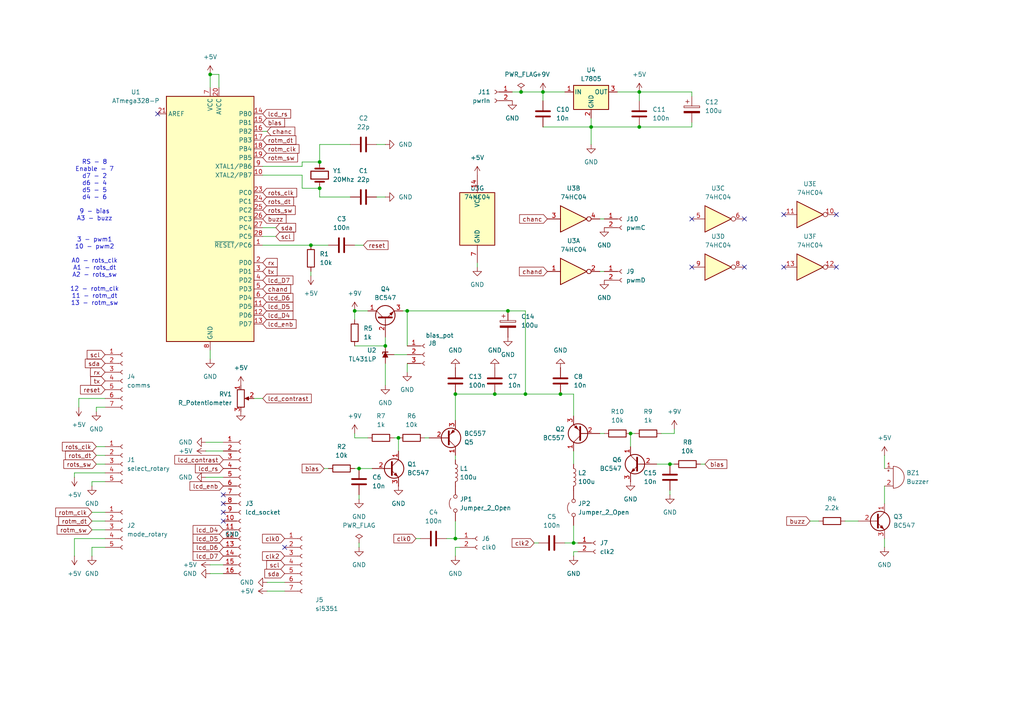
<source format=kicad_sch>
(kicad_sch (version 20231120) (generator "eeschema") (generator_version "8.0")
  (paper "A4")
  (junction (at 171.45 36.83))
  (junction (at 166.37 157.48))
  (junction (at 92.71 46.99))
  (junction (at 157.48 26.67))
  (junction (at 92.71 54.61))
  (junction (at 194.31 134.62))
  (junction (at 162.56 114.3))
  (junction (at 60.96 21.59))
  (junction (at 185.42 36.83))
  (junction (at 102.87 90.17))
  (junction (at 118.11 90.17))
  (junction (at 182.88 125.73))
  (junction (at 151.13 26.67))
  (junction (at 115.57 127))
  (junction (at 143.51 114.3))
  (junction (at 132.08 156.21))
  (junction (at 152.4 114.3))
  (junction (at 90.17 71.12))
  (junction (at 132.08 114.3))
  (junction (at 104.14 135.89))
  (junction (at 111.76 100.33))
  (junction (at 185.42 26.67))
  (junction (at 147.32 90.17))
  (no_connect (at 64.77 143.51))
  (no_connect (at 215.9 63.5))
  (no_connect (at 64.77 148.59))
  (no_connect (at 45.72 33.02))
  (no_connect (at 227.33 62.23))
  (no_connect (at 64.77 146.05))
  (no_connect (at 215.9 77.47))
  (no_connect (at 242.57 77.47))
  (no_connect (at 227.33 77.47))
  (no_connect (at 64.77 151.13))
  (no_connect (at 200.66 63.5))
  (no_connect (at 200.66 77.47))
  (no_connect (at 82.55 158.75))
  (no_connect (at 242.57 62.23))
  (wire (pts (xy 166.37 130.81) (xy 166.37 134.62)))
  (wire (pts (xy 76.2 48.26) (xy 87.63 48.26)))
  (wire (pts (xy 92.71 41.91) (xy 92.71 46.99)))
  (wire (pts (xy 200.66 35.56) (xy 200.66 36.83)))
  (wire (pts (xy 59.69 130.81) (xy 64.77 130.81)))
  (wire (pts (xy 118.11 105.41) (xy 118.11 107.95)))
  (wire (pts (xy 63.5 21.59) (xy 60.96 21.59)))
  (wire (pts (xy 234.95 151.13) (xy 237.49 151.13)))
  (wire (pts (xy 59.69 138.43) (xy 64.77 138.43)))
  (wire (pts (xy 152.4 114.3) (xy 152.4 90.17)))
  (wire (pts (xy 106.68 127) (xy 102.87 127)))
  (wire (pts (xy 171.45 36.83) (xy 171.45 41.91)))
  (wire (pts (xy 166.37 160.02) (xy 166.37 161.29)))
  (wire (pts (xy 184.15 125.73) (xy 182.88 125.73)))
  (wire (pts (xy 256.54 156.21) (xy 256.54 158.75)))
  (wire (pts (xy 152.4 114.3) (xy 143.51 114.3)))
  (wire (pts (xy 26.67 148.59) (xy 30.48 148.59)))
  (wire (pts (xy 157.48 36.83) (xy 171.45 36.83)))
  (wire (pts (xy 256.54 140.97) (xy 256.54 146.05)))
  (wire (pts (xy 27.94 118.11) (xy 27.94 119.38)))
  (wire (pts (xy 256.54 132.08) (xy 256.54 135.89)))
  (wire (pts (xy 102.87 71.12) (xy 105.41 71.12)))
  (wire (pts (xy 132.08 114.3) (xy 132.08 121.92)))
  (wire (pts (xy 60.96 163.83) (xy 64.77 163.83)))
  (wire (pts (xy 167.64 160.02) (xy 166.37 160.02)))
  (wire (pts (xy 182.88 125.73) (xy 182.88 129.54)))
  (wire (pts (xy 87.63 48.26) (xy 87.63 46.99)))
  (wire (pts (xy 26.67 153.67) (xy 30.48 153.67)))
  (wire (pts (xy 77.47 168.91) (xy 82.55 168.91)))
  (wire (pts (xy 90.17 78.74) (xy 90.17 80.01)))
  (wire (pts (xy 102.87 90.17) (xy 102.87 92.71)))
  (wire (pts (xy 157.48 26.67) (xy 157.48 29.21)))
  (wire (pts (xy 76.2 50.8) (xy 87.63 50.8)))
  (wire (pts (xy 162.56 114.3) (xy 152.4 114.3)))
  (wire (pts (xy 111.76 97.79) (xy 111.76 100.33)))
  (wire (pts (xy 194.31 143.51) (xy 194.31 142.24)))
  (wire (pts (xy 166.37 114.3) (xy 162.56 114.3)))
  (wire (pts (xy 133.35 158.75) (xy 132.08 158.75)))
  (wire (pts (xy 30.48 158.75) (xy 26.67 158.75)))
  (wire (pts (xy 60.96 166.37) (xy 64.77 166.37)))
  (wire (pts (xy 200.66 26.67) (xy 185.42 26.67)))
  (wire (pts (xy 151.13 26.67) (xy 157.48 26.67)))
  (wire (pts (xy 77.47 171.45) (xy 82.55 171.45)))
  (wire (pts (xy 26.67 158.75) (xy 26.67 161.29)))
  (wire (pts (xy 21.59 156.21) (xy 21.59 161.29)))
  (wire (pts (xy 63.5 21.59) (xy 63.5 25.4)))
  (wire (pts (xy 73.66 115.57) (xy 76.2 115.57)))
  (wire (pts (xy 166.37 157.48) (xy 167.64 157.48)))
  (wire (pts (xy 191.77 125.73) (xy 195.58 125.73)))
  (wire (pts (xy 111.76 105.41) (xy 111.76 111.76)))
  (wire (pts (xy 166.37 152.4) (xy 166.37 157.48)))
  (wire (pts (xy 76.2 68.58) (xy 80.01 68.58)))
  (wire (pts (xy 173.99 63.5) (xy 175.26 63.5)))
  (wire (pts (xy 163.83 26.67) (xy 157.48 26.67)))
  (wire (pts (xy 185.42 29.21) (xy 185.42 26.67)))
  (wire (pts (xy 200.66 27.94) (xy 200.66 26.67)))
  (wire (pts (xy 109.22 41.91) (xy 111.76 41.91)))
  (wire (pts (xy 166.37 120.65) (xy 166.37 114.3)))
  (wire (pts (xy 87.63 50.8) (xy 87.63 54.61)))
  (wire (pts (xy 129.54 156.21) (xy 132.08 156.21)))
  (wire (pts (xy 138.43 76.2) (xy 138.43 77.47)))
  (wire (pts (xy 152.4 90.17) (xy 147.32 90.17)))
  (wire (pts (xy 21.59 137.16) (xy 21.59 138.43)))
  (wire (pts (xy 173.99 78.74) (xy 175.26 78.74)))
  (wire (pts (xy 200.66 36.83) (xy 185.42 36.83)))
  (wire (pts (xy 171.45 34.29) (xy 171.45 36.83)))
  (wire (pts (xy 106.68 90.17) (xy 102.87 90.17)))
  (wire (pts (xy 76.2 66.04) (xy 80.01 66.04)))
  (wire (pts (xy 90.17 71.12) (xy 95.25 71.12)))
  (wire (pts (xy 132.08 114.3) (xy 143.51 114.3)))
  (wire (pts (xy 115.57 127) (xy 115.57 130.81)))
  (wire (pts (xy 76.2 38.1) (xy 77.47 38.1)))
  (wire (pts (xy 118.11 90.17) (xy 116.84 90.17)))
  (wire (pts (xy 30.48 137.16) (xy 21.59 137.16)))
  (wire (pts (xy 245.11 151.13) (xy 248.92 151.13)))
  (wire (pts (xy 102.87 100.33) (xy 111.76 100.33)))
  (wire (pts (xy 118.11 100.33) (xy 118.11 90.17)))
  (wire (pts (xy 132.08 151.13) (xy 132.08 156.21)))
  (wire (pts (xy 102.87 127) (xy 102.87 125.73)))
  (wire (pts (xy 30.48 139.7) (xy 26.67 139.7)))
  (wire (pts (xy 30.48 156.21) (xy 21.59 156.21)))
  (wire (pts (xy 163.83 157.48) (xy 166.37 157.48)))
  (wire (pts (xy 195.58 134.62) (xy 194.31 134.62)))
  (wire (pts (xy 132.08 158.75) (xy 132.08 161.29)))
  (wire (pts (xy 60.96 101.6) (xy 60.96 104.14)))
  (wire (pts (xy 87.63 46.99) (xy 92.71 46.99)))
  (wire (pts (xy 93.98 135.89) (xy 95.25 135.89)))
  (wire (pts (xy 102.87 135.89) (xy 104.14 135.89)))
  (wire (pts (xy 101.6 57.15) (xy 92.71 57.15)))
  (wire (pts (xy 154.94 157.48) (xy 156.21 157.48)))
  (wire (pts (xy 132.08 156.21) (xy 133.35 156.21)))
  (wire (pts (xy 109.22 57.15) (xy 111.76 57.15)))
  (wire (pts (xy 114.3 102.87) (xy 118.11 102.87)))
  (wire (pts (xy 26.67 139.7) (xy 26.67 140.97)))
  (wire (pts (xy 27.94 134.62) (xy 30.48 134.62)))
  (wire (pts (xy 194.31 134.62) (xy 190.5 134.62)))
  (wire (pts (xy 120.65 156.21) (xy 121.92 156.21)))
  (wire (pts (xy 204.47 134.62) (xy 203.2 134.62)))
  (wire (pts (xy 92.71 54.61) (xy 92.71 57.15)))
  (wire (pts (xy 185.42 26.67) (xy 179.07 26.67)))
  (wire (pts (xy 104.14 144.78) (xy 104.14 143.51)))
  (wire (pts (xy 175.26 125.73) (xy 173.99 125.73)))
  (wire (pts (xy 27.94 132.08) (xy 30.48 132.08)))
  (wire (pts (xy 26.67 151.13) (xy 30.48 151.13)))
  (wire (pts (xy 171.45 36.83) (xy 185.42 36.83)))
  (wire (pts (xy 60.96 21.59) (xy 60.96 25.4)))
  (wire (pts (xy 104.14 135.89) (xy 107.95 135.89)))
  (wire (pts (xy 22.86 115.57) (xy 22.86 118.11)))
  (wire (pts (xy 132.08 132.08) (xy 132.08 133.35)))
  (wire (pts (xy 101.6 41.91) (xy 92.71 41.91)))
  (wire (pts (xy 87.63 54.61) (xy 92.71 54.61)))
  (wire (pts (xy 30.48 118.11) (xy 27.94 118.11)))
  (wire (pts (xy 195.58 125.73) (xy 195.58 124.46)))
  (wire (pts (xy 76.2 71.12) (xy 90.17 71.12)))
  (wire (pts (xy 59.69 128.27) (xy 64.77 128.27)))
  (wire (pts (xy 114.3 127) (xy 115.57 127)))
  (wire (pts (xy 104.14 157.48) (xy 104.14 158.75)))
  (wire (pts (xy 27.94 129.54) (xy 30.48 129.54)))
  (wire (pts (xy 147.32 90.17) (xy 118.11 90.17)))
  (wire (pts (xy 148.59 26.67) (xy 151.13 26.67)))
  (wire (pts (xy 30.48 115.57) (xy 22.86 115.57)))
  (wire (pts (xy 124.46 127) (xy 123.19 127)))
  (text "\nRS - 8\nEnable - 7\nd7 - 2\nd6 - 4\nd5 - 5\nd4 - 6\n\n9 - bias\nA3 - buzz\n\n\n3 - pwm1\n10 - pwm2\n\nA0 - rots_clk\nA1 - rots_dt\nA2 - rots_sw\n\n12 - rotm_clk\n11 - rotm_dt\n13 - rotm_sw" (at 27.432 66.548 0) (effects (font (size 1.27 1.27))))
  (global_label "rots_sw" (shape input) (at 27.94 134.62 180) (property "Intersheetrefs" "${INTERSHEET_REFS}" (effects (hide yes))))
  (global_label "chanc" (shape input) (at 158.75 63.5 180) (property "Intersheetrefs" "${INTERSHEET_REFS}" (effects (hide yes))))
  (global_label "bias" (shape input) (at 93.98 135.89 180) (property "Intersheetrefs" "${INTERSHEET_REFS}" (effects (hide yes))))
  (global_label "buzz" (shape input) (at 76.2 63.5 0) (property "Intersheetrefs" "${INTERSHEET_REFS}" (effects (hide yes))))
  (global_label "rots_clk" (shape input) (at 27.94 129.54 180) (property "Intersheetrefs" "${INTERSHEET_REFS}" (effects (hide yes))))
  (global_label "lcd_rs" (shape input) (at 64.77 135.89 180) (property "Intersheetrefs" "${INTERSHEET_REFS}" (effects (hide yes))))
  (global_label "buzz" (shape input) (at 234.95 151.13 180) (property "Intersheetrefs" "${INTERSHEET_REFS}" (effects (hide yes))))
  (global_label "lcd_enb" (shape input) (at 76.2 93.98 0) (property "Intersheetrefs" "${INTERSHEET_REFS}" (effects (hide yes))))
  (global_label "clk2" (shape input) (at 154.94 157.48 180) (property "Intersheetrefs" "${INTERSHEET_REFS}" (effects (hide yes))))
  (global_label "rx" (shape input) (at 76.2 76.2 0) (property "Intersheetrefs" "${INTERSHEET_REFS}" (effects (hide yes))))
  (global_label "rots_dt" (shape input) (at 76.2 58.42 0) (property "Intersheetrefs" "${INTERSHEET_REFS}" (effects (hide yes))))
  (global_label "rotm_clk" (shape input) (at 26.67 148.59 180) (property "Intersheetrefs" "${INTERSHEET_REFS}" (effects (hide yes))))
  (global_label "chand" (shape input) (at 158.75 78.74 180) (property "Intersheetrefs" "${INTERSHEET_REFS}" (effects (hide yes))))
  (global_label "scl" (shape input) (at 82.55 163.83 180) (property "Intersheetrefs" "${INTERSHEET_REFS}" (effects (hide yes))))
  (global_label "lcd_D7" (shape input) (at 64.77 161.29 180) (property "Intersheetrefs" "${INTERSHEET_REFS}" (effects (hide yes))))
  (global_label "scl" (shape input) (at 30.48 102.87 180) (property "Intersheetrefs" "${INTERSHEET_REFS}" (effects (hide yes))))
  (global_label "clk0" (shape input) (at 120.65 156.21 180) (property "Intersheetrefs" "${INTERSHEET_REFS}" (effects (hide yes))))
  (global_label "bias" (shape input) (at 204.47 134.62 0) (property "Intersheetrefs" "${INTERSHEET_REFS}" (effects (hide yes))))
  (global_label "reset" (shape input) (at 30.48 113.03 180) (property "Intersheetrefs" "${INTERSHEET_REFS}" (effects (hide yes))))
  (global_label "rotm_clk" (shape input) (at 76.2 43.18 0) (property "Intersheetrefs" "${INTERSHEET_REFS}" (effects (hide yes))))
  (global_label "lcd_D5" (shape input) (at 64.77 156.21 180) (property "Intersheetrefs" "${INTERSHEET_REFS}" (effects (hide yes))))
  (global_label "lcd_D7" (shape input) (at 76.2 81.28 0) (property "Intersheetrefs" "${INTERSHEET_REFS}" (effects (hide yes))))
  (global_label "clk2" (shape input) (at 82.55 161.29 180) (property "Intersheetrefs" "${INTERSHEET_REFS}" (effects (hide yes))))
  (global_label "lcd_contrast" (shape input) (at 76.2 115.57 0) (property "Intersheetrefs" "${INTERSHEET_REFS}" (effects (hide yes))))
  (global_label "lcd_D5" (shape input) (at 76.2 88.9 0) (property "Intersheetrefs" "${INTERSHEET_REFS}" (effects (hide yes))))
  (global_label "chanc" (shape input) (at 77.47 38.1 0) (property "Intersheetrefs" "${INTERSHEET_REFS}" (effects (hide yes))))
  (global_label "lcd_D6" (shape input) (at 76.2 86.36 0) (property "Intersheetrefs" "${INTERSHEET_REFS}" (effects (hide yes))))
  (global_label "sda" (shape input) (at 80.01 66.04 0) (property "Intersheetrefs" "${INTERSHEET_REFS}" (effects (hide yes))))
  (global_label "reset" (shape input) (at 105.41 71.12 0) (property "Intersheetrefs" "${INTERSHEET_REFS}" (effects (hide yes))))
  (global_label "rots_clk" (shape input) (at 76.2 55.88 0) (property "Intersheetrefs" "${INTERSHEET_REFS}" (effects (hide yes))))
  (global_label "rots_sw" (shape input) (at 76.2 60.96 0) (property "Intersheetrefs" "${INTERSHEET_REFS}" (effects (hide yes))))
  (global_label "sda" (shape input) (at 30.48 105.41 180) (property "Intersheetrefs" "${INTERSHEET_REFS}" (effects (hide yes))))
  (global_label "scl" (shape input) (at 80.01 68.58 0) (property "Intersheetrefs" "${INTERSHEET_REFS}" (effects (hide yes))))
  (global_label "rotm_sw" (shape input) (at 76.2 45.72 0) (property "Intersheetrefs" "${INTERSHEET_REFS}" (effects (hide yes))))
  (global_label "rotm_dt" (shape input) (at 76.2 40.64 0) (property "Intersheetrefs" "${INTERSHEET_REFS}" (effects (hide yes))))
  (global_label "lcd_contrast" (shape input) (at 64.77 133.35 180) (property "Intersheetrefs" "${INTERSHEET_REFS}" (effects (hide yes))))
  (global_label "lcd_D4" (shape input) (at 64.77 153.67 180) (property "Intersheetrefs" "${INTERSHEET_REFS}" (effects (hide yes))))
  (global_label "rotm_sw" (shape input) (at 26.67 153.67 180) (property "Intersheetrefs" "${INTERSHEET_REFS}" (effects (hide yes))))
  (global_label "chand" (shape input) (at 76.2 83.82 0) (property "Intersheetrefs" "${INTERSHEET_REFS}" (effects (hide yes))))
  (global_label "rx" (shape input) (at 30.48 107.95 180) (property "Intersheetrefs" "${INTERSHEET_REFS}" (effects (hide yes))))
  (global_label "lcd_D4" (shape input) (at 76.2 91.44 0) (property "Intersheetrefs" "${INTERSHEET_REFS}" (effects (hide yes))))
  (global_label "rotm_dt" (shape input) (at 26.67 151.13 180) (property "Intersheetrefs" "${INTERSHEET_REFS}" (effects (hide yes))))
  (global_label "lcd_rs" (shape input) (at 76.2 33.02 0) (property "Intersheetrefs" "${INTERSHEET_REFS}" (effects (hide yes))))
  (global_label "clk0" (shape input) (at 82.55 156.21 180) (property "Intersheetrefs" "${INTERSHEET_REFS}" (effects (hide yes))))
  (global_label "rots_dt" (shape input) (at 27.94 132.08 180) (property "Intersheetrefs" "${INTERSHEET_REFS}" (effects (hide yes))))
  (global_label "lcd_D6" (shape input) (at 64.77 158.75 180) (property "Intersheetrefs" "${INTERSHEET_REFS}" (effects (hide yes))))
  (global_label "lcd_enb" (shape input) (at 64.77 140.97 180) (property "Intersheetrefs" "${INTERSHEET_REFS}" (effects (hide yes))))
  (global_label "tx" (shape input) (at 76.2 78.74 0) (property "Intersheetrefs" "${INTERSHEET_REFS}" (effects (hide yes))))
  (global_label "bias" (shape input) (at 76.2 35.56 0) (property "Intersheetrefs" "${INTERSHEET_REFS}" (effects (hide yes))))
  (global_label "sda" (shape input) (at 82.55 166.37 180) (property "Intersheetrefs" "${INTERSHEET_REFS}" (effects (hide yes))))
  (global_label "tx" (shape input) (at 30.48 110.49 180) (property "Intersheetrefs" "${INTERSHEET_REFS}" (effects (hide yes))))
  (symbol (lib_id "Connector:Conn_01x05_Socket") (at 35.56 153.67 0) (unit 1)
    (property "Reference" "J2" (at 36.83 152.3999 0) (effects (justify left)))
    (property "Value" "mode_rotary" (at 36.83 154.9399 0) (effects (justify left)))
    (property "Footprint" "Connector_PinHeader_2.54mm:PinHeader_1x05_P2.54mm_Vertical" (effects (hide yes)))
    (property "Description" "Generic connector, single row, 01x05, script generated" (effects (hide yes)))
  )
  (symbol (lib_id "Device:C") (at 162.56 110.49 0) (unit 1)
    (property "Reference" "C8" (at 166.37 109.2199 0) (effects (justify left)))
    (property "Value" "10n" (at 166.37 111.7599 0) (effects (justify left)))
    (property "Footprint" "Capacitor_THT:C_Disc_D5.0mm_W2.5mm_P2.50mm" (effects (hide yes)))
    (property "Description" "Unpolarized capacitor" (effects (hide yes)))
  )
  (symbol (lib_id "power:+5V") (at 21.59 138.43 180) (unit 1)
    (property "Reference" "#PWR07" (effects (hide yes)))
    (property "Value" "+5V" (at 21.59 143.51 0))
    (property "Description" "Power symbol creates a global label with name \"+5V\"" (effects (hide yes)))
  )
  (symbol (lib_id "Device:C") (at 160.02 157.48 90) (unit 1)
    (property "Reference" "C5" (at 160.02 149.86 90))
    (property "Value" "100n" (at 160.02 152.4 90))
    (property "Footprint" "Capacitor_THT:C_Disc_D5.0mm_W2.5mm_P2.50mm" (effects (hide yes)))
    (property "Description" "Unpolarized capacitor" (effects (hide yes)))
  )
  (symbol (lib_id "power:GND") (at 132.08 161.29 0) (unit 1)
    (property "Reference" "#PWR022" (effects (hide yes)))
    (property "Value" "GND" (at 132.08 166.37 0))
    (property "Description" "Power symbol creates a global label with name \"GND\" , ground" (effects (hide yes)))
  )
  (symbol (lib_id "power:+5V") (at 60.96 163.83 90) (unit 1)
    (property "Reference" "#PWR014" (effects (hide yes)))
    (property "Value" "+5V" (at 57.15 163.8299 90) (effects (justify left)))
    (property "Description" "Power symbol creates a global label with name \"+5V\"" (effects (hide yes)))
  )
  (symbol (lib_id "power:GND") (at 256.54 158.75 0) (unit 1)
    (property "Reference" "#PWR023" (effects (hide yes)))
    (property "Value" "GND" (at 256.54 163.83 0))
    (property "Description" "Power symbol creates a global label with name \"GND\" , ground" (effects (hide yes)))
  )
  (symbol (lib_id "power:+5V") (at 77.47 171.45 90) (unit 1)
    (property "Reference" "#PWR020" (effects (hide yes)))
    (property "Value" "+5V" (at 73.66 171.4499 90) (effects (justify left)))
    (property "Description" "Power symbol creates a global label with name \"+5V\"" (effects (hide yes)))
  )
  (symbol (lib_id "power:+5V") (at 60.96 21.59 0) (unit 1)
    (property "Reference" "#PWR02" (effects (hide yes)))
    (property "Value" "+5V" (at 60.96 16.51 0))
    (property "Description" "Power symbol creates a global label with name \"+5V\"" (effects (hide yes)))
  )
  (symbol (lib_id "Device:C") (at 125.73 156.21 90) (unit 1)
    (property "Reference" "C4" (at 125.73 148.59 90))
    (property "Value" "100n" (at 125.73 151.13 90))
    (property "Footprint" "Capacitor_THT:C_Disc_D5.0mm_W2.5mm_P2.50mm" (effects (hide yes)))
    (property "Description" "Unpolarized capacitor" (effects (hide yes)))
  )
  (symbol (lib_id "power:+5V") (at 22.86 118.11 180) (unit 1)
    (property "Reference" "#PWR016" (effects (hide yes)))
    (property "Value" "+5V" (at 22.86 123.19 0))
    (property "Description" "Power symbol creates a global label with name \"+5V\"" (effects (hide yes)))
  )
  (symbol (lib_id "MCU_Microchip_ATmega:ATmega328-P") (at 60.96 63.5 0) (unit 1)
    (property "Reference" "U1" (at 39.37 26.7014 0))
    (property "Value" "ATmega328-P" (at 39.37 29.2414 0))
    (property "Footprint" "Package_DIP:DIP-28_W7.62mm" (effects (hide yes)))
    (property "Datasheet" "http://ww1.microchip.com/downloads/en/DeviceDoc/ATmega328_P%20AVR%20MCU%20with%20picoPower%20Technology%20Data%20Sheet%2040001984A.pdf" (effects (hide yes)))
    (property "Description" "20MHz, 32kB Flash, 2kB SRAM, 1kB EEPROM, DIP-28" (effects (hide yes)))
  )
  (symbol (lib_id "Connector:Conn_01x05_Socket") (at 35.56 134.62 0) (unit 1)
    (property "Reference" "J1" (at 36.83 133.3499 0) (effects (justify left)))
    (property "Value" "select_rotary" (at 36.83 135.8899 0) (effects (justify left)))
    (property "Footprint" "Connector_PinHeader_2.54mm:PinHeader_1x05_P2.54mm_Vertical" (effects (hide yes)))
    (property "Description" "Generic connector, single row, 01x05, script generated" (effects (hide yes)))
  )
  (symbol (lib_id "power:GND") (at 104.14 144.78 0) (unit 1)
    (property "Reference" "#PWR025" (effects (hide yes)))
    (property "Value" "GND" (at 104.14 149.86 0))
    (property "Description" "Power symbol creates a global label with name \"GND\" , ground" (effects (hide yes)))
  )
  (symbol (lib_id "power:PWR_FLAG") (at 104.14 157.48 0) (unit 1)
    (property "Reference" "#FLG02" (effects (hide yes)))
    (property "Value" "PWR_FLAG" (at 104.14 152.4 0))
    (property "Description" "Special symbol for telling ERC where power comes from" (effects (hide yes)))
  )
  (symbol (lib_id "Device:C") (at 132.08 110.49 0) (unit 1)
    (property "Reference" "C13" (at 135.89 109.2199 0) (effects (justify left)))
    (property "Value" "100n" (at 135.89 111.7599 0) (effects (justify left)))
    (property "Footprint" "Capacitor_THT:C_Disc_D5.0mm_W2.5mm_P2.50mm" (effects (hide yes)))
    (property "Description" "Unpolarized capacitor" (effects (hide yes)))
  )
  (symbol (lib_id "power:GND") (at 26.67 140.97 0) (unit 1)
    (property "Reference" "#PWR06" (effects (hide yes)))
    (property "Value" "GND" (at 26.67 146.05 0))
    (property "Description" "Power symbol creates a global label with name \"GND\" , ground" (effects (hide yes)))
  )
  (symbol (lib_id "power:GND") (at 118.11 107.95 0) (unit 1)
    (property "Reference" "#PWR031" (effects (hide yes)))
    (property "Value" "GND" (at 118.11 113.03 0))
    (property "Description" "Power symbol creates a global label with name \"GND\" , ground" (effects (hide yes)))
  )
  (symbol (lib_id "Transistor_BJT:BC557") (at 129.54 127 0) (mirror x) (unit 1)
    (property "Reference" "Q5" (at 134.62 128.2701 0) (effects (justify left)))
    (property "Value" "BC557" (at 134.62 125.7301 0) (effects (justify left)))
    (property "Footprint" "Package_TO_SOT_THT:TO-92_Inline" (effects (hide yes)))
    (property "Datasheet" "https://www.onsemi.com/pub/Collateral/BC556BTA-D.pdf" (effects (hide yes)))
    (property "Description" "0.1A Ic, 45V Vce, PNP Small Signal Transistor, TO-92" (effects (hide yes)))
  )
  (symbol (lib_id "Device:C") (at 105.41 57.15 90) (unit 1)
    (property "Reference" "C1" (at 105.41 49.53 90))
    (property "Value" "22p" (at 105.41 52.07 90))
    (property "Footprint" "Capacitor_THT:C_Disc_D5.0mm_W2.5mm_P2.50mm" (effects (hide yes)))
    (property "Description" "Unpolarized capacitor" (effects (hide yes)))
  )
  (symbol (lib_id "Jumper:Jumper_2_Open") (at 166.37 147.32 90) (unit 1) (exclude_from_sim yes)
    (property "Reference" "JP2" (at 167.64 146.0499 90) (effects (justify right)))
    (property "Value" "Jumper_2_Open" (at 167.64 148.5899 90) (effects (justify right)))
    (property "Footprint" "Connector_PinHeader_2.54mm:PinHeader_1x02_P2.54mm_Vertical" (effects (hide yes)))
    (property "Description" "Jumper, 2-pole, open" (effects (hide yes)))
  )
  (symbol (lib_id "Regulator_Linear:L7805") (at 171.45 26.67 0) (unit 1)
    (property "Reference" "U4" (at 171.45 20.32 0))
    (property "Value" "L7805" (at 171.45 22.86 0))
    (property "Footprint" "Package_TO_SOT_THT:TO-220-3_Vertical" (effects (hide yes)))
    (property "Datasheet" "http://www.st.com/content/ccc/resource/technical/document/datasheet/41/4f/b3/b0/12/d4/47/88/CD00000444.pdf/files/CD00000444.pdf/jcr:content/translations/en.CD00000444.pdf" (effects (hide yes)))
    (property "Description" "Positive 1.5A 35V Linear Regulator, Fixed Output 5V, TO-220/TO-263/TO-252" (effects (hide yes)))
  )
  (symbol (lib_id "Device:R") (at 102.87 96.52 180) (unit 1)
    (property "Reference" "R5" (at 105.41 95.2499 0) (effects (justify right)))
    (property "Value" "1k" (at 105.41 97.7899 0) (effects (justify right)))
    (property "Footprint" "Resistor_THT:R_Axial_DIN0207_L6.3mm_D2.5mm_P10.16mm_Horizontal" (effects (hide yes)))
    (property "Description" "Resistor" (effects (hide yes)))
  )
  (symbol (lib_id "Device:R") (at 119.38 127 90) (unit 1)
    (property "Reference" "R6" (at 119.38 120.65 90))
    (property "Value" "10k" (at 119.38 123.19 90))
    (property "Footprint" "Resistor_THT:R_Axial_DIN0207_L6.3mm_D2.5mm_P10.16mm_Horizontal" (effects (hide yes)))
    (property "Description" "Resistor" (effects (hide yes)))
  )
  (symbol (lib_id "Connector:Conn_01x02_Socket") (at 138.43 156.21 0) (unit 1)
    (property "Reference" "J6" (at 139.7 156.2099 0) (effects (justify left)))
    (property "Value" "clk0" (at 139.7 158.7499 0) (effects (justify left)))
    (property "Footprint" "Connector_PinHeader_2.54mm:PinHeader_1x02_P2.54mm_Vertical" (effects (hide yes)))
    (property "Description" "Generic connector, single row, 01x02, script generated" (effects (hide yes)))
  )
  (symbol (lib_id "Device:C") (at 143.51 110.49 0) (unit 1)
    (property "Reference" "C7" (at 147.32 109.2199 0) (effects (justify left)))
    (property "Value" "10n" (at 147.32 111.7599 0) (effects (justify left)))
    (property "Footprint" "Capacitor_THT:C_Disc_D5.0mm_W2.5mm_P2.50mm" (effects (hide yes)))
    (property "Description" "Unpolarized capacitor" (effects (hide yes)))
  )
  (symbol (lib_id "74xx:74HC04") (at 166.37 63.5 0) (unit 2)
    (property "Reference" "U3" (at 166.37 54.61 0))
    (property "Value" "74HC04" (at 166.37 57.15 0))
    (property "Footprint" "Package_DIP:DIP-14_W7.62mm" (effects (hide yes)))
    (property "Datasheet" "https://assets.nexperia.com/documents/data-sheet/74HC_HCT04.pdf" (effects (hide yes)))
    (property "Description" "Hex Inverter" (effects (hide yes)))
  )
  (symbol (lib_id "74xx:74HC04") (at 208.28 63.5 0) (unit 3)
    (property "Reference" "U3" (at 208.28 54.61 0))
    (property "Value" "74HC04" (at 208.28 57.15 0))
    (property "Footprint" "Package_DIP:DIP-14_W7.62mm" (effects (hide yes)))
    (property "Datasheet" "https://assets.nexperia.com/documents/data-sheet/74HC_HCT04.pdf" (effects (hide yes)))
    (property "Description" "Hex Inverter" (effects (hide yes)))
  )
  (symbol (lib_id "power:GND") (at 111.76 57.15 90) (unit 1)
    (property "Reference" "#PWR03" (effects (hide yes)))
    (property "Value" "GND" (at 115.57 57.1499 90) (effects (justify right)))
    (property "Description" "Power symbol creates a global label with name \"GND\" , ground" (effects (hide yes)))
  )
  (symbol (lib_id "Connector:Conn_01x07_Socket") (at 87.63 163.83 0) (unit 1)
    (property "Reference" "J5" (at 91.44 173.9899 0) (effects (justify left)))
    (property "Value" "si5351" (at 91.44 176.5299 0) (effects (justify left)))
    (property "Footprint" "Connector_PinHeader_2.54mm:PinHeader_1x07_P2.54mm_Vertical" (effects (hide yes)))
    (property "Description" "Generic connector, single row, 01x07, script generated" (effects (hide yes)))
  )
  (symbol (lib_id "Device:R") (at 179.07 125.73 270) (mirror x) (unit 1)
    (property "Reference" "R10" (at 179.07 119.38 90))
    (property "Value" "10k" (at 179.07 121.92 90))
    (property "Footprint" "Resistor_THT:R_Axial_DIN0207_L6.3mm_D2.5mm_P10.16mm_Horizontal" (effects (hide yes)))
    (property "Description" "Resistor" (effects (hide yes)))
  )
  (symbol (lib_id "Device:R") (at 241.3 151.13 90) (unit 1)
    (property "Reference" "R4" (at 241.3 144.78 90))
    (property "Value" "2.2k" (at 241.3 147.32 90))
    (property "Footprint" "Resistor_THT:R_Axial_DIN0207_L6.3mm_D2.5mm_P10.16mm_Horizontal" (effects (hide yes)))
    (property "Description" "Resistor" (effects (hide yes)))
  )
  (symbol (lib_id "power:GND") (at 69.85 119.38 0) (unit 1)
    (property "Reference" "#PWR017" (effects (hide yes)))
    (property "Value" "GND" (at 67.31 154.94 0))
    (property "Description" "Power symbol creates a global label with name \"GND\" , ground" (effects (hide yes)))
  )
  (symbol (lib_id "power:GND") (at 162.56 106.68 180) (unit 1)
    (property "Reference" "#PWR027" (effects (hide yes)))
    (property "Value" "GND" (at 162.56 101.6 0))
    (property "Description" "Power symbol creates a global label with name \"GND\" , ground" (effects (hide yes)))
  )
  (symbol (lib_id "power:GND") (at 77.47 168.91 270) (unit 1)
    (property "Reference" "#PWR019" (effects (hide yes)))
    (property "Value" "GND" (at 73.66 168.9099 90) (effects (justify right)))
    (property "Description" "Power symbol creates a global label with name \"GND\" , ground" (effects (hide yes)))
  )
  (symbol (lib_id "Device:C") (at 99.06 71.12 90) (unit 1)
    (property "Reference" "C3" (at 99.06 63.5 90))
    (property "Value" "100n" (at 99.06 66.04 90))
    (property "Footprint" "Capacitor_THT:C_Disc_D5.0mm_W2.5mm_P2.50mm" (effects (hide yes)))
    (property "Description" "Unpolarized capacitor" (effects (hide yes)))
  )
  (symbol (lib_id "power:+5V") (at 256.54 132.08 0) (unit 1)
    (property "Reference" "#PWR024" (effects (hide yes)))
    (property "Value" "+5V" (at 256.54 127 0))
    (property "Description" "Power symbol creates a global label with name \"+5V\"" (effects (hide yes)))
  )
  (symbol (lib_id "Device:L") (at 166.37 138.43 0) (unit 1)
    (property "Reference" "L2" (at 167.64 137.1599 0) (effects (justify left)))
    (property "Value" "100u" (at 167.64 139.6999 0) (effects (justify left)))
    (property "Footprint" "Inductor_THT:L_Toroid_Vertical_L14.7mm_W8.6mm_P5.58mm_Pulse_KM-1" (effects (hide yes)))
    (property "Description" "Inductor" (effects (hide yes)))
  )
  (symbol (lib_id "power:GND") (at 132.08 106.68 180) (unit 1)
    (property "Reference" "#PWR040" (effects (hide yes)))
    (property "Value" "GND" (at 132.08 101.6 0))
    (property "Description" "Power symbol creates a global label with name \"GND\" , ground" (effects (hide yes)))
  )
  (symbol (lib_id "Transistor_BJT:BC547") (at 254 151.13 0) (unit 1)
    (property "Reference" "Q3" (at 259.08 149.8599 0) (effects (justify left)))
    (property "Value" "BC547" (at 259.08 152.3999 0) (effects (justify left)))
    (property "Footprint" "Package_TO_SOT_THT:TO-92_Inline" (effects (hide yes)))
    (property "Datasheet" "https://www.onsemi.com/pub/Collateral/BC550-D.pdf" (effects (hide yes)))
    (property "Description" "0.1A Ic, 45V Vce, Small Signal NPN Transistor, TO-92" (effects (hide yes)))
  )
  (symbol (lib_id "Connector:Conn_01x07_Socket") (at 35.56 110.49 0) (unit 1)
    (property "Reference" "J4" (at 36.83 109.2199 0) (effects (justify left)))
    (property "Value" "comms" (at 36.83 111.7599 0) (effects (justify left)))
    (property "Footprint" "Connector_PinHeader_2.54mm:PinHeader_1x07_P2.54mm_Vertical" (effects (hide yes)))
    (property "Description" "Generic connector, single row, 01x07, script generated" (effects (hide yes)))
  )
  (symbol (lib_id "Connector:Conn_01x02_Socket") (at 143.51 26.67 0) (mirror y) (unit 1)
    (property "Reference" "J11" (at 142.24 26.6699 0) (effects (justify left)))
    (property "Value" "pwrIn" (at 142.24 29.2099 0) (effects (justify left)))
    (property "Footprint" "Connector_PinHeader_2.54mm:PinHeader_1x02_P2.54mm_Vertical" (effects (hide yes)))
    (property "Description" "Generic connector, single row, 01x02, script generated" (effects (hide yes)))
  )
  (symbol (lib_id "Transistor_BJT:BC557") (at 168.91 125.73 180) (unit 1)
    (property "Reference" "Q2" (at 163.83 124.4599 0) (effects (justify left)))
    (property "Value" "BC557" (at 163.83 126.9999 0) (effects (justify left)))
    (property "Footprint" "Package_TO_SOT_THT:TO-92_Inline" (effects (hide yes)))
    (property "Datasheet" "https://www.onsemi.com/pub/Collateral/BC556BTA-D.pdf" (effects (hide yes)))
    (property "Description" "0.1A Ic, 45V Vce, PNP Small Signal Transistor, TO-92" (effects (hide yes)))
  )
  (symbol (lib_id "power:GND") (at 60.96 166.37 270) (unit 1)
    (property "Reference" "#PWR013" (effects (hide yes)))
    (property "Value" "GND" (at 57.15 166.3699 90) (effects (justify right)))
    (property "Description" "Power symbol creates a global label with name \"GND\" , ground" (effects (hide yes)))
  )
  (symbol (lib_id "Device:C") (at 185.42 33.02 180) (unit 1)
    (property "Reference" "C11" (at 189.23 31.7499 0) (effects (justify right)))
    (property "Value" "100n" (at 189.23 34.2899 0) (effects (justify right)))
    (property "Footprint" "Capacitor_THT:C_Disc_D5.0mm_W2.5mm_P2.50mm" (effects (hide yes)))
    (property "Description" "Unpolarized capacitor" (effects (hide yes)))
  )
  (symbol (lib_id "Transistor_BJT:BC547") (at 185.42 134.62 0) (mirror y) (unit 1)
    (property "Reference" "Q6" (at 180.34 133.3499 0) (effects (justify left)))
    (property "Value" "BC547" (at 180.34 135.8899 0) (effects (justify left)))
    (property "Footprint" "Package_TO_SOT_THT:TO-92_Inline" (effects (hide yes)))
    (property "Datasheet" "https://www.onsemi.com/pub/Collateral/BC550-D.pdf" (effects (hide yes)))
    (property "Description" "0.1A Ic, 45V Vce, Small Signal NPN Transistor, TO-92" (effects (hide yes)))
  )
  (symbol (lib_id "power:GND") (at 147.32 97.79 0) (unit 1)
    (property "Reference" "#PWR041" (effects (hide yes)))
    (property "Value" "GND" (at 147.32 102.87 0))
    (property "Description" "Power symbol creates a global label with name \"GND\" , ground" (effects (hide yes)))
  )
  (symbol (lib_id "Device:C") (at 105.41 41.91 90) (unit 1)
    (property "Reference" "C2" (at 105.41 34.29 90))
    (property "Value" "22p" (at 105.41 36.83 90))
    (property "Footprint" "Capacitor_THT:C_Disc_D5.0mm_W2.5mm_P2.50mm" (effects (hide yes)))
    (property "Description" "Unpolarized capacitor" (effects (hide yes)))
  )
  (symbol (lib_id "Device:R_Potentiometer") (at 69.85 115.57 0) (unit 1)
    (property "Reference" "RV1" (at 67.31 114.2999 0) (effects (justify right)))
    (property "Value" "R_Potentiometer" (at 67.31 116.8399 0) (effects (justify right)))
    (property "Footprint" "Potentiometer_THT:Potentiometer_Bourns_3386P_Vertical" (effects (hide yes)))
    (property "Description" "Potentiometer" (effects (hide yes)))
  )
  (symbol (lib_id "Device:R") (at 99.06 135.89 90) (unit 1)
    (property "Reference" "R2" (at 99.06 129.54 90))
    (property "Value" "10k" (at 99.06 132.08 90))
    (property "Footprint" "Resistor_THT:R_Axial_DIN0207_L6.3mm_D2.5mm_P10.16mm_Horizontal" (effects (hide yes)))
    (property "Description" "Resistor" (effects (hide yes)))
  )
  (symbol (lib_id "Connector:Conn_01x16_Socket") (at 69.85 146.05 0) (unit 1)
    (property "Reference" "J3" (at 71.12 146.0499 0) (effects (justify left)))
    (property "Value" "lcd_socket" (at 71.12 148.5899 0) (effects (justify left)))
    (property "Footprint" "Connector_PinHeader_2.54mm:PinHeader_1x16_P2.54mm_Vertical" (effects (hide yes)))
    (property "Description" "Generic connector, single row, 01x16, script generated" (effects (hide yes)))
  )
  (symbol (lib_id "74xx:74HC04") (at 208.28 77.47 0) (unit 4)
    (property "Reference" "U3" (at 208.28 68.58 0))
    (property "Value" "74HC04" (at 208.28 71.12 0))
    (property "Footprint" "Package_DIP:DIP-14_W7.62mm" (effects (hide yes)))
    (property "Datasheet" "https://assets.nexperia.com/documents/data-sheet/74HC_HCT04.pdf" (effects (hide yes)))
    (property "Description" "Hex Inverter" (effects (hide yes)))
  )
  (symbol (lib_id "power:GND") (at 60.96 104.14 0) (unit 1)
    (property "Reference" "#PWR01" (effects (hide yes)))
    (property "Value" "GND" (at 60.96 109.22 0))
    (property "Description" "Power symbol creates a global label with name \"GND\" , ground" (effects (hide yes)))
  )
  (symbol (lib_id "power:GND") (at 59.69 138.43 270) (unit 1)
    (property "Reference" "#PWR012" (effects (hide yes)))
    (property "Value" "GND" (at 55.88 138.4299 90) (effects (justify right)))
    (property "Description" "Power symbol creates a global label with name \"GND\" , ground" (effects (hide yes)))
  )
  (symbol (lib_id "Device:L") (at 132.08 137.16 0) (unit 1)
    (property "Reference" "L1" (at 133.35 135.8899 0) (effects (justify left)))
    (property "Value" "100u" (at 133.35 138.4299 0) (effects (justify left)))
    (property "Footprint" "Inductor_THT:L_Toroid_Vertical_L14.7mm_W8.6mm_P5.58mm_Pulse_KM-1" (effects (hide yes)))
    (property "Description" "Inductor" (effects (hide yes)))
  )
  (symbol (lib_id "power:+9V") (at 102.87 125.73 0) (unit 1)
    (property "Reference" "#PWR044" (effects (hide yes)))
    (property "Value" "+9V" (at 102.87 120.65 0))
    (property "Description" "Power symbol creates a global label with name \"+9V\"" (effects (hide yes)))
  )
  (symbol (lib_id "Device:R") (at 187.96 125.73 90) (mirror x) (unit 1)
    (property "Reference" "R9" (at 187.96 119.38 90))
    (property "Value" "1k" (at 187.96 121.92 90))
    (property "Footprint" "Resistor_THT:R_Axial_DIN0207_L6.3mm_D2.5mm_P10.16mm_Horizontal" (effects (hide yes)))
    (property "Description" "Resistor" (effects (hide yes)))
  )
  (symbol (lib_id "power:GND") (at 175.26 66.04 0) (unit 1)
    (property "Reference" "#PWR033" (effects (hide yes)))
    (property "Value" "GND" (at 175.26 71.12 0))
    (property "Description" "Power symbol creates a global label with name \"GND\" , ground" (effects (hide yes)))
  )
  (symbol (lib_id "74xx:74HC04") (at 138.43 63.5 0) (unit 7)
    (property "Reference" "U3" (at 138.43 54.61 0))
    (property "Value" "74HC04" (at 138.43 57.15 0))
    (property "Footprint" "Package_DIP:DIP-14_W7.62mm" (effects (hide yes)))
    (property "Datasheet" "https://assets.nexperia.com/documents/data-sheet/74HC_HCT04.pdf" (effects (hide yes)))
    (property "Description" "Hex Inverter" (effects (hide yes)))
  )
  (symbol (lib_id "Transistor_BJT:BC547") (at 111.76 92.71 90) (unit 1)
    (property "Reference" "Q4" (at 111.76 83.82 90))
    (property "Value" "BC547" (at 111.76 86.36 90))
    (property "Footprint" "Package_TO_SOT_THT:TO-92_Inline" (effects (hide yes)))
    (property "Datasheet" "https://www.onsemi.com/pub/Collateral/BC550-D.pdf" (effects (hide yes)))
    (property "Description" "0.1A Ic, 45V Vce, Small Signal NPN Transistor, TO-92" (effects (hide yes)))
  )
  (symbol (lib_id "power:+5V") (at 59.69 130.81 90) (unit 1)
    (property "Reference" "#PWR011" (effects (hide yes)))
    (property "Value" "+5V" (at 55.88 130.8099 90) (effects (justify left)))
    (property "Description" "Power symbol creates a global label with name \"+5V\"" (effects (hide yes)))
  )
  (symbol (lib_id "power:+9V") (at 102.87 90.17 0) (unit 1)
    (property "Reference" "#PWR030" (effects (hide yes)))
    (property "Value" "+9V" (at 102.87 85.09 0))
    (property "Description" "Power symbol creates a global label with name \"+9V\"" (effects (hide yes)))
  )
  (symbol (lib_id "Device:C") (at 194.31 138.43 0) (mirror y) (unit 1)
    (property "Reference" "C15" (at 190.5 137.1599 0) (effects (justify left)))
    (property "Value" "10n" (at 190.5 139.6999 0) (effects (justify left)))
    (property "Footprint" "Capacitor_THT:C_Disc_D5.0mm_W2.5mm_P2.50mm" (effects (hide yes)))
    (property "Description" "Unpolarized capacitor" (effects (hide yes)))
  )
  (symbol (lib_id "power:+5V") (at 90.17 80.01 180) (unit 1)
    (property "Reference" "#PWR05" (effects (hide yes)))
    (property "Value" "+5V" (at 90.17 85.09 0))
    (property "Description" "Power symbol creates a global label with name \"+5V\"" (effects (hide yes)))
  )
  (symbol (lib_id "power:GND") (at 166.37 161.29 0) (unit 1)
    (property "Reference" "#PWR021" (effects (hide yes)))
    (property "Value" "GND" (at 166.37 166.37 0))
    (property "Description" "Power symbol creates a global label with name \"GND\" , ground" (effects (hide yes)))
  )
  (symbol (lib_id "power:GND") (at 26.67 161.29 0) (unit 1)
    (property "Reference" "#PWR09" (effects (hide yes)))
    (property "Value" "GND" (at 26.67 166.37 0))
    (property "Description" "Power symbol creates a global label with name \"GND\" , ground" (effects (hide yes)))
  )
  (symbol (lib_id "power:GND") (at 115.57 140.97 0) (unit 1)
    (property "Reference" "#PWR043" (effects (hide yes)))
    (property "Value" "GND" (at 115.57 146.05 0))
    (property "Description" "Power symbol creates a global label with name \"GND\" , ground" (effects (hide yes)))
  )
  (symbol (lib_id "Transistor_BJT:BC547") (at 113.03 135.89 0) (unit 1)
    (property "Reference" "Q1" (at 118.11 134.6199 0) (effects (justify left)))
    (property "Value" "BC547" (at 118.11 137.1599 0) (effects (justify left)))
    (property "Footprint" "Package_TO_SOT_THT:TO-92_Inline" (effects (hide yes)))
    (property "Datasheet" "https://www.onsemi.com/pub/Collateral/BC550-D.pdf" (effects (hide yes)))
    (property "Description" "0.1A Ic, 45V Vce, Small Signal NPN Transistor, TO-92" (effects (hide yes)))
  )
  (symbol (lib_id "power:PWR_FLAG") (at 151.13 26.67 0) (unit 1)
    (property "Reference" "#FLG01" (effects (hide yes)))
    (property "Value" "PWR_FLAG" (at 151.13 21.59 0))
    (property "Description" "Special symbol for telling ERC where power comes from" (effects (hide yes)))
  )
  (symbol (lib_id "Connector:Conn_01x02_Socket") (at 180.34 78.74 0) (unit 1)
    (property "Reference" "J9" (at 181.61 78.7399 0) (effects (justify left)))
    (property "Value" "pwmD" (at 181.61 81.2799 0) (effects (justify left)))
    (property "Footprint" "Connector_PinHeader_2.54mm:PinHeader_1x02_P2.54mm_Vertical" (effects (hide yes)))
    (property "Description" "Generic connector, single row, 01x02, script generated" (effects (hide yes)))
  )
  (symbol (lib_id "power:GND") (at 175.26 81.28 0) (unit 1)
    (property "Reference" "#PWR032" (effects (hide yes)))
    (property "Value" "GND" (at 175.26 86.36 0))
    (property "Description" "Power symbol creates a global label with name \"GND\" , ground" (effects (hide yes)))
  )
  (symbol (lib_id "power:GND") (at 171.45 41.91 0) (unit 1)
    (property "Reference" "#PWR034" (effects (hide yes)))
    (property "Value" "GND" (at 171.45 46.99 0))
    (property "Description" "Power symbol creates a global label with name \"GND\" , ground" (effects (hide yes)))
  )
  (symbol (lib_id "power:GND") (at 194.31 143.51 0) (mirror y) (unit 1)
    (property "Reference" "#PWR046" (effects (hide yes)))
    (property "Value" "GND" (at 194.31 148.59 0))
    (property "Description" "Power symbol creates a global label with name \"GND\" , ground" (effects (hide yes)))
  )
  (symbol (lib_id "Device:C") (at 104.14 139.7 0) (unit 1)
    (property "Reference" "C6" (at 107.95 138.4299 0) (effects (justify left)))
    (property "Value" "10n" (at 107.95 140.9699 0) (effects (justify left)))
    (property "Footprint" "Capacitor_THT:C_Disc_D5.0mm_W2.5mm_P2.50mm" (effects (hide yes)))
    (property "Description" "Unpolarized capacitor" (effects (hide yes)))
  )
  (symbol (lib_id "Connector:Conn_01x02_Socket") (at 180.34 63.5 0) (unit 1)
    (property "Reference" "J10" (at 181.61 63.4999 0) (effects (justify left)))
    (property "Value" "pwmC" (at 181.61 66.0399 0) (effects (justify left)))
    (property "Footprint" "Connector_PinHeader_2.54mm:PinHeader_1x02_P2.54mm_Vertical" (effects (hide yes)))
    (property "Description" "Generic connector, single row, 01x02, script generated" (effects (hide yes)))
  )
  (symbol (lib_id "power:GND") (at 111.76 111.76 0) (unit 1)
    (property "Reference" "#PWR029" (effects (hide yes)))
    (property "Value" "GND" (at 111.76 116.84 0))
    (property "Description" "Power symbol creates a global label with name \"GND\" , ground" (effects (hide yes)))
  )
  (symbol (lib_id "power:GND") (at 138.43 77.47 0) (unit 1)
    (property "Reference" "#PWR037" (effects (hide yes)))
    (property "Value" "GND" (at 138.43 82.55 0))
    (property "Description" "Power symbol creates a global label with name \"GND\" , ground" (effects (hide yes)))
  )
  (symbol (lib_id "Device:R") (at 199.39 134.62 270) (mirror x) (unit 1)
    (property "Reference" "R8" (at 199.39 128.27 90))
    (property "Value" "10k" (at 199.39 130.81 90))
    (property "Footprint" "Resistor_THT:R_Axial_DIN0207_L6.3mm_D2.5mm_P10.16mm_Horizontal" (effects (hide yes)))
    (property "Description" "Resistor" (effects (hide yes)))
  )
  (symbol (lib_id "Device:R") (at 110.49 127 270) (unit 1)
    (property "Reference" "R7" (at 110.49 120.65 90))
    (property "Value" "1k" (at 110.49 123.19 90))
    (property "Footprint" "Resistor_THT:R_Axial_DIN0207_L6.3mm_D2.5mm_P10.16mm_Horizontal" (effects (hide yes)))
    (property "Description" "Resistor" (effects (hide yes)))
  )
  (symbol (lib_id "power:GND") (at 148.59 29.21 0) (unit 1)
    (property "Reference" "#PWR035" (effects (hide yes)))
    (property "Value" "GND" (at 148.59 34.29 0))
    (property "Description" "Power symbol creates a global label with name \"GND\" , ground" (effects (hide yes)))
  )
  (symbol (lib_id "Device:Buzzer") (at 259.08 138.43 0) (unit 1)
    (property "Reference" "BZ1" (at 262.89 137.1599 0) (effects (justify left)))
    (property "Value" "Buzzer" (at 262.89 139.6999 0) (effects (justify left)))
    (property "Footprint" "Buzzer_Beeper:Buzzer_D14mm_H7mm_P10mm" (effects (hide yes)))
    (property "Description" "Buzzer, polarized" (effects (hide yes)))
  )
  (symbol (lib_id "power:+9V") (at 195.58 124.46 0) (mirror y) (unit 1)
    (property "Reference" "#PWR045" (effects (hide yes)))
    (property "Value" "+9V" (at 195.58 119.38 0))
    (property "Description" "Power symbol creates a global label with name \"+9V\"" (effects (hide yes)))
  )
  (symbol (lib_id "Jumper:Jumper_2_Open") (at 132.08 146.05 90) (unit 1) (exclude_from_sim yes)
    (property "Reference" "JP1" (at 133.35 144.7799 90) (effects (justify right)))
    (property "Value" "Jumper_2_Open" (at 133.35 147.3199 90) (effects (justify right)))
    (property "Footprint" "Connector_PinHeader_2.54mm:PinHeader_1x02_P2.54mm_Vertical" (effects (hide yes)))
    (property "Description" "Jumper, 2-pole, open" (effects (hide yes)))
  )
  (symbol (lib_id "Connector:Conn_01x02_Socket") (at 172.72 157.48 0) (unit 1)
    (property "Reference" "J7" (at 173.99 157.4799 0) (effects (justify left)))
    (property "Value" "clk2" (at 173.99 160.0199 0) (effects (justify left)))
    (property "Footprint" "Connector_PinHeader_2.54mm:PinHeader_1x02_P2.54mm_Vertical" (effects (hide yes)))
    (property "Description" "Generic connector, single row, 01x02, script generated" (effects (hide yes)))
  )
  (symbol (lib_id "power:+5V") (at 138.43 50.8 0) (unit 1)
    (property "Reference" "#PWR038" (effects (hide yes)))
    (property "Value" "+5V" (at 138.43 45.72 0))
    (property "Description" "Power symbol creates a global label with name \"+5V\"" (effects (hide yes)))
  )
  (symbol (lib_id "power:GND") (at 143.51 106.68 180) (unit 1)
    (property "Reference" "#PWR026" (effects (hide yes)))
    (property "Value" "GND" (at 143.51 101.6 0))
    (property "Description" "Power symbol creates a global label with name \"GND\" , ground" (effects (hide yes)))
  )
  (symbol (lib_id "Device:R") (at 90.17 74.93 0) (unit 1)
    (property "Reference" "R1" (at 92.71 73.6599 0) (effects (justify left)))
    (property "Value" "10k" (at 92.71 76.1999 0) (effects (justify left)))
    (property "Footprint" "Resistor_THT:R_Axial_DIN0207_L6.3mm_D2.5mm_P10.16mm_Horizontal" (effects (hide yes)))
    (property "Description" "Resistor" (effects (hide yes)))
  )
  (symbol (lib_id "power:+5V") (at 185.42 26.67 0) (unit 1)
    (property "Reference" "#PWR036" (effects (hide yes)))
    (property "Value" "+5V" (at 185.42 21.59 0))
    (property "Description" "Power symbol creates a global label with name \"+5V\"" (effects (hide yes)))
  )
  (symbol (lib_id "Device:C_Polarized") (at 147.32 93.98 0) (unit 1)
    (property "Reference" "C14" (at 151.13 91.8209 0) (effects (justify left)))
    (property "Value" "100u" (at 151.13 94.3609 0) (effects (justify left)))
    (property "Footprint" "Capacitor_THT:CP_Radial_D8.0mm_P5.00mm" (effects (hide yes)))
    (property "Description" "Polarized capacitor" (effects (hide yes)))
  )
  (symbol (lib_id "Device:C_Polarized") (at 200.66 31.75 0) (unit 1)
    (property "Reference" "C12" (at 204.47 29.5909 0) (effects (justify left)))
    (property "Value" "100u" (at 204.47 32.1309 0) (effects (justify left)))
    (property "Footprint" "Capacitor_THT:CP_Radial_D8.0mm_P5.00mm" (effects (hide yes)))
    (property "Description" "Polarized capacitor" (effects (hide yes)))
  )
  (symbol (lib_id "Reference_Voltage:TL431LP") (at 111.76 102.87 270) (mirror x) (unit 1)
    (property "Reference" "U2" (at 109.22 101.5999 90) (effects (justify right)))
    (property "Value" "TL431LP" (at 109.22 104.1399 90) (effects (justify right)))
    (property "Footprint" "Package_TO_SOT_THT:TO-92_Inline" (effects (hide yes)))
    (property "Datasheet" "http://www.ti.com/lit/ds/symlink/tl431.pdf" (effects (hide yes)))
    (property "Description" "Shunt Regulator, TO-92" (effects (hide yes)))
  )
  (symbol (lib_id "Device:C") (at 157.48 33.02 180) (unit 1)
    (property "Reference" "C10" (at 161.29 31.7499 0) (effects (justify right)))
    (property "Value" "10n" (at 161.29 34.2899 0) (effects (justify right)))
    (property "Footprint" "Capacitor_THT:C_Disc_D5.0mm_W2.5mm_P2.50mm" (effects (hide yes)))
    (property "Description" "Unpolarized capacitor" (effects (hide yes)))
  )
  (symbol (lib_id "power:+5V") (at 69.85 111.76 0) (unit 1)
    (property "Reference" "#PWR018" (effects (hide yes)))
    (property "Value" "+5V" (at 69.85 106.68 0))
    (property "Description" "Power symbol creates a global label with name \"+5V\"" (effects (hide yes)))
  )
  (symbol (lib_id "power:GND") (at 104.14 158.75 0) (unit 1)
    (property "Reference" "#PWR039" (effects (hide yes)))
    (property "Value" "GND" (at 104.14 163.83 0))
    (property "Description" "Power symbol creates a global label with name \"GND\" , ground" (effects (hide yes)))
  )
  (symbol (lib_id "power:GND") (at 59.69 128.27 270) (unit 1)
    (property "Reference" "#PWR010" (effects (hide yes)))
    (property "Value" "GND" (at 55.88 128.2699 90) (effects (justify right)))
    (property "Description" "Power symbol creates a global label with name \"GND\" , ground" (effects (hide yes)))
  )
  (symbol (lib_id "power:GND") (at 27.94 119.38 0) (unit 1)
    (property "Reference" "#PWR015" (effects (hide yes)))
    (property "Value" "GND" (at 27.94 124.46 0))
    (property "Description" "Power symbol creates a global label with name \"GND\" , ground" (effects (hide yes)))
  )
  (symbol (lib_id "power:GND") (at 111.76 41.91 90) (unit 1)
    (property "Reference" "#PWR04" (effects (hide yes)))
    (property "Value" "GND" (at 115.57 41.9099 90) (effects (justify right)))
    (property "Description" "Power symbol creates a global label with name \"GND\" , ground" (effects (hide yes)))
  )
  (symbol (lib_id "74xx:74HC04") (at 234.95 77.47 0) (unit 6)
    (property "Reference" "U3" (at 234.95 68.58 0))
    (property "Value" "74HC04" (at 234.95 71.12 0))
    (property "Footprint" "Package_DIP:DIP-14_W7.62mm" (effects (hide yes)))
    (property "Datasheet" "https://assets.nexperia.com/documents/data-sheet/74HC_HCT04.pdf" (effects (hide yes)))
    (property "Description" "Hex Inverter" (effects (hide yes)))
  )
  (symbol (lib_id "power:+9V") (at 157.48 26.67 0) (unit 1)
    (property "Reference" "#PWR042" (effects (hide yes)))
    (property "Value" "+9V" (at 157.48 21.59 0))
    (property "Description" "Power symbol creates a global label with name \"+9V\"" (effects (hide yes)))
  )
  (symbol (lib_id "74xx:74HC04") (at 166.37 78.74 0) (unit 1)
    (property "Reference" "U3" (at 166.37 69.85 0))
    (property "Value" "74HC04" (at 166.37 72.39 0))
    (property "Footprint" "Package_DIP:DIP-14_W7.62mm" (effects (hide yes)))
    (property "Datasheet" "https://assets.nexperia.com/documents/data-sheet/74HC_HCT04.pdf" (effects (hide yes)))
    (property "Description" "Hex Inverter" (effects (hide yes)))
  )
  (symbol (lib_id "Connector:Conn_01x03_Socket") (at 123.19 102.87 0) (unit 1)
    (property "Reference" "J8" (at 124.206 99.568 0) (effects (justify left)))
    (property "Value" "bias_pot" (at 123.444 97.282 0) (effects (justify left)))
    (property "Footprint" "Connector:FanPinHeader_1x03_P2.54mm_Vertical" (effects (hide yes)))
    (property "Description" "Generic connector, single row, 01x03, script generated" (effects (hide yes)))
  )
  (symbol (lib_id "Device:Crystal") (at 92.71 50.8 90) (unit 1)
    (property "Reference" "Y1" (at 96.52 49.5299 90) (effects (justify right)))
    (property "Value" "20Mhz" (at 96.52 52.0699 90) (effects (justify right)))
    (property "Footprint" "Crystal:Crystal_HC49-U_Vertical" (effects (hide yes)))
    (property "Description" "Two pin crystal" (effects (hide yes)))
  )
  (symbol (lib_id "74xx:74HC04") (at 234.95 62.23 0) (unit 5)
    (property "Reference" "U3" (at 234.95 53.34 0))
    (property "Value" "74HC04" (at 234.95 55.88 0))
    (property "Footprint" "Package_DIP:DIP-14_W7.62mm" (effects (hide yes)))
    (property "Datasheet" "https://assets.nexperia.com/documents/data-sheet/74HC_HCT04.pdf" (effects (hide yes)))
    (property "Description" "Hex Inverter" (effects (hide yes)))
  )
  (symbol (lib_id "power:+5V") (at 21.59 161.29 180) (unit 1)
    (property "Reference" "#PWR08" (effects (hide yes)))
    (property "Value" "+5V" (at 21.59 166.37 0))
    (property "Description" "Power symbol creates a global label with name \"+5V\"" (effects (hide yes)))
  )
  (symbol (lib_id "power:GND") (at 182.88 139.7 0) (mirror y) (unit 1)
    (property "Reference" "#PWR047" (effects (hide yes)))
    (property "Value" "GND" (at 182.88 144.78 0))
    (property "Description" "Power symbol creates a global label with name \"GND\" , ground" (effects (hide yes)))
  )
)
</source>
